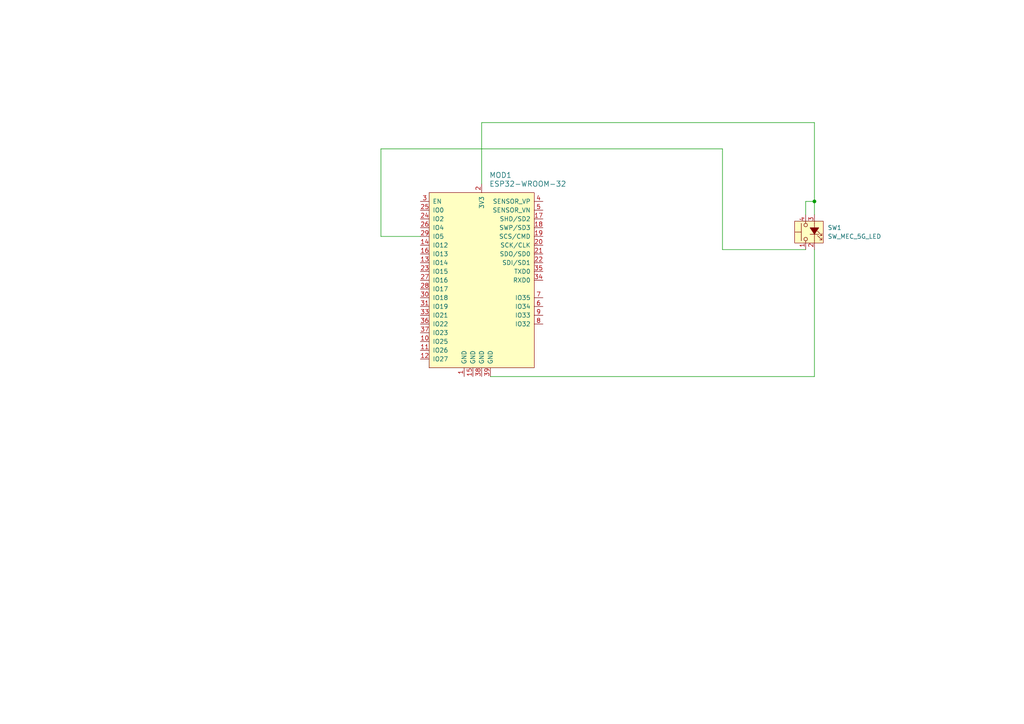
<source format=kicad_sch>
(kicad_sch (version 20230121) (generator eeschema)

  (uuid cf11cdf0-2a59-4fa8-986d-d7dbb3d1da73)

  (paper "A4")

  (lib_symbols
    (symbol "Switch:SW_MEC_5G_LED" (pin_names (offset 1.016) hide) (in_bom yes) (on_board yes)
      (property "Reference" "SW" (at 0 7.62 0)
        (effects (font (size 1.27 1.27)))
      )
      (property "Value" "SW_MEC_5G_LED" (at 0 -3.81 0)
        (effects (font (size 1.27 1.27)))
      )
      (property "Footprint" "" (at 0 7.62 0)
        (effects (font (size 1.27 1.27)) hide)
      )
      (property "Datasheet" "http://www.apem.com/int/index.php?controller=attachment&id_attachment=488" (at 0 -6.35 0)
        (effects (font (size 1.27 1.27)) hide)
      )
      (property "ki_keywords" "switch normally-open pushbutton push-button LED" (at 0 0 0)
        (effects (font (size 1.27 1.27)) hide)
      )
      (property "ki_description" "MEC 5G single pole normally-open illuminated tactile switch" (at 0 0 0)
        (effects (font (size 1.27 1.27)) hide)
      )
      (property "ki_fp_filters" "SW*MEC*5G*" (at 0 0 0)
        (effects (font (size 1.27 1.27)) hide)
      )
      (symbol "SW_MEC_5G_LED_0_0"
        (polyline
          (pts
            (xy -2.54 0)
            (xy 2.54 0)
          )
          (stroke (width 0) (type default))
          (fill (type none))
        )
        (polyline
          (pts
            (xy -2.286 -2.159)
            (xy -1.016 -0.889)
          )
          (stroke (width 0) (type default))
          (fill (type none))
        )
        (polyline
          (pts
            (xy -1.016 -2.159)
            (xy 0.254 -0.889)
          )
          (stroke (width 0) (type default))
          (fill (type none))
        )
        (polyline
          (pts
            (xy -0.635 1.27)
            (xy -0.635 -1.27)
          )
          (stroke (width 0) (type default))
          (fill (type none))
        )
        (polyline
          (pts
            (xy -2.286 -1.524)
            (xy -2.286 -2.159)
            (xy -1.651 -2.159)
          )
          (stroke (width 0) (type default))
          (fill (type none))
        )
        (polyline
          (pts
            (xy -1.016 -1.524)
            (xy -1.016 -2.159)
            (xy -0.381 -2.159)
          )
          (stroke (width 0) (type default))
          (fill (type none))
        )
        (polyline
          (pts
            (xy -0.635 0)
            (xy 1.27 1.27)
            (xy 1.27 -1.27)
            (xy -0.635 0)
          )
          (stroke (width 0) (type default))
          (fill (type outline))
        )
      )
      (symbol "SW_MEC_5G_LED_0_1"
        (circle (center -2.032 2.54) (radius 0.508)
          (stroke (width 0) (type default))
          (fill (type none))
        )
        (polyline
          (pts
            (xy 0 3.81)
            (xy 0 5.588)
          )
          (stroke (width 0) (type default))
          (fill (type none))
        )
        (polyline
          (pts
            (xy 2.54 3.81)
            (xy -2.54 3.81)
          )
          (stroke (width 0) (type default))
          (fill (type none))
        )
        (circle (center 2.032 2.54) (radius 0.508)
          (stroke (width 0) (type default))
          (fill (type none))
        )
        (pin passive line (at -5.08 2.54 0) (length 2.54)
          (name "1" (effects (font (size 1.27 1.27))))
          (number "1" (effects (font (size 1.27 1.27))))
        )
        (pin passive line (at -5.08 0 0) (length 2.54)
          (name "2" (effects (font (size 1.27 1.27))))
          (number "2" (effects (font (size 1.27 1.27))))
        )
        (pin passive line (at 5.08 0 180) (length 2.54)
          (name "K" (effects (font (size 1.27 1.27))))
          (number "3" (effects (font (size 1.27 1.27))))
        )
        (pin passive line (at 5.08 2.54 180) (length 2.54)
          (name "A" (effects (font (size 1.27 1.27))))
          (number "4" (effects (font (size 1.27 1.27))))
        )
      )
      (symbol "SW_MEC_5G_LED_1_1"
        (rectangle (start -3.175 5.715) (end 3.175 -2.54)
          (stroke (width 0) (type default))
          (fill (type background))
        )
      )
    )
    (symbol "dk_RF-Transceiver-Modules:ESP32-WROOM-32" (pin_names (offset 1.016)) (in_bom yes) (on_board yes)
      (property "Reference" "MOD" (at -10.16 1.27 0)
        (effects (font (size 1.524 1.524)) (justify left))
      )
      (property "Value" "ESP32-WROOM-32" (at 5.08 -25.4 90)
        (effects (font (size 1.524 1.524)))
      )
      (property "Footprint" "digikey-footprints:ESP32-WROOM-32D" (at 5.08 5.08 0)
        (effects (font (size 1.524 1.524)) (justify left) hide)
      )
      (property "Datasheet" "https://www.espressif.com/sites/default/files/documentation/esp32-wroom-32_datasheet_en.pdf" (at 5.08 7.62 0)
        (effects (font (size 1.524 1.524)) (justify left) hide)
      )
      (property "Digi-Key_PN" "1904-1010-1-ND" (at 5.08 10.16 0)
        (effects (font (size 1.524 1.524)) (justify left) hide)
      )
      (property "MPN" "ESP32-WROOM-32" (at 5.08 12.7 0)
        (effects (font (size 1.524 1.524)) (justify left) hide)
      )
      (property "Category" "RF/IF and RFID" (at 5.08 15.24 0)
        (effects (font (size 1.524 1.524)) (justify left) hide)
      )
      (property "Family" "RF Transceiver Modules" (at 5.08 17.78 0)
        (effects (font (size 1.524 1.524)) (justify left) hide)
      )
      (property "DK_Datasheet_Link" "https://www.espressif.com/sites/default/files/documentation/esp32-wroom-32_datasheet_en.pdf" (at 5.08 20.32 0)
        (effects (font (size 1.524 1.524)) (justify left) hide)
      )
      (property "DK_Detail_Page" "/product-detail/en/espressif-systems/ESP32-WROOM-32/1904-1010-1-ND/8544305" (at 5.08 22.86 0)
        (effects (font (size 1.524 1.524)) (justify left) hide)
      )
      (property "Description" "SMD MODULE, ESP32-D0WDQ6, 32MBIT" (at 5.08 25.4 0)
        (effects (font (size 1.524 1.524)) (justify left) hide)
      )
      (property "Manufacturer" "Espressif Systems" (at 5.08 27.94 0)
        (effects (font (size 1.524 1.524)) (justify left) hide)
      )
      (property "Status" "Active" (at 5.08 30.48 0)
        (effects (font (size 1.524 1.524)) (justify left) hide)
      )
      (property "ki_keywords" "1904-1010-1-ND *" (at 0 0 0)
        (effects (font (size 1.27 1.27)) hide)
      )
      (property "ki_description" "SMD MODULE, ESP32-D0WDQ6, 32MBIT" (at 0 0 0)
        (effects (font (size 1.27 1.27)) hide)
      )
      (symbol "ESP32-WROOM-32_0_1"
        (rectangle (start -10.16 0) (end 20.32 -50.8)
          (stroke (width 0) (type solid))
          (fill (type background))
        )
      )
      (symbol "ESP32-WROOM-32_1_1"
        (pin power_in line (at 0 -53.34 90) (length 2.54)
          (name "GND" (effects (font (size 1.27 1.27))))
          (number "1" (effects (font (size 1.27 1.27))))
        )
        (pin bidirectional line (at -12.7 -43.18 0) (length 2.54)
          (name "IO25" (effects (font (size 1.27 1.27))))
          (number "10" (effects (font (size 1.27 1.27))))
        )
        (pin bidirectional line (at -12.7 -45.72 0) (length 2.54)
          (name "IO26" (effects (font (size 1.27 1.27))))
          (number "11" (effects (font (size 1.27 1.27))))
        )
        (pin bidirectional line (at -12.7 -48.26 0) (length 2.54)
          (name "IO27" (effects (font (size 1.27 1.27))))
          (number "12" (effects (font (size 1.27 1.27))))
        )
        (pin bidirectional line (at -12.7 -20.32 0) (length 2.54)
          (name "IO14" (effects (font (size 1.27 1.27))))
          (number "13" (effects (font (size 1.27 1.27))))
        )
        (pin bidirectional line (at -12.7 -15.24 0) (length 2.54)
          (name "IO12" (effects (font (size 1.27 1.27))))
          (number "14" (effects (font (size 1.27 1.27))))
        )
        (pin power_in line (at 2.54 -53.34 90) (length 2.54)
          (name "GND" (effects (font (size 1.27 1.27))))
          (number "15" (effects (font (size 1.27 1.27))))
        )
        (pin bidirectional line (at -12.7 -17.78 0) (length 2.54)
          (name "IO13" (effects (font (size 1.27 1.27))))
          (number "16" (effects (font (size 1.27 1.27))))
        )
        (pin bidirectional line (at 22.86 -7.62 180) (length 2.54)
          (name "SHD/SD2" (effects (font (size 1.27 1.27))))
          (number "17" (effects (font (size 1.27 1.27))))
        )
        (pin bidirectional line (at 22.86 -10.16 180) (length 2.54)
          (name "SWP/SD3" (effects (font (size 1.27 1.27))))
          (number "18" (effects (font (size 1.27 1.27))))
        )
        (pin bidirectional line (at 22.86 -12.7 180) (length 2.54)
          (name "SCS/CMD" (effects (font (size 1.27 1.27))))
          (number "19" (effects (font (size 1.27 1.27))))
        )
        (pin power_in line (at 5.08 2.54 270) (length 2.54)
          (name "3V3" (effects (font (size 1.27 1.27))))
          (number "2" (effects (font (size 1.27 1.27))))
        )
        (pin bidirectional line (at 22.86 -15.24 180) (length 2.54)
          (name "SCK/CLK" (effects (font (size 1.27 1.27))))
          (number "20" (effects (font (size 1.27 1.27))))
        )
        (pin bidirectional line (at 22.86 -17.78 180) (length 2.54)
          (name "SDO/SD0" (effects (font (size 1.27 1.27))))
          (number "21" (effects (font (size 1.27 1.27))))
        )
        (pin bidirectional line (at 22.86 -20.32 180) (length 2.54)
          (name "SDI/SD1" (effects (font (size 1.27 1.27))))
          (number "22" (effects (font (size 1.27 1.27))))
        )
        (pin bidirectional line (at -12.7 -22.86 0) (length 2.54)
          (name "IO15" (effects (font (size 1.27 1.27))))
          (number "23" (effects (font (size 1.27 1.27))))
        )
        (pin bidirectional line (at -12.7 -7.62 0) (length 2.54)
          (name "IO2" (effects (font (size 1.27 1.27))))
          (number "24" (effects (font (size 1.27 1.27))))
        )
        (pin bidirectional line (at -12.7 -5.08 0) (length 2.54)
          (name "IO0" (effects (font (size 1.27 1.27))))
          (number "25" (effects (font (size 1.27 1.27))))
        )
        (pin bidirectional line (at -12.7 -10.16 0) (length 2.54)
          (name "IO4" (effects (font (size 1.27 1.27))))
          (number "26" (effects (font (size 1.27 1.27))))
        )
        (pin bidirectional line (at -12.7 -25.4 0) (length 2.54)
          (name "IO16" (effects (font (size 1.27 1.27))))
          (number "27" (effects (font (size 1.27 1.27))))
        )
        (pin bidirectional line (at -12.7 -27.94 0) (length 2.54)
          (name "IO17" (effects (font (size 1.27 1.27))))
          (number "28" (effects (font (size 1.27 1.27))))
        )
        (pin bidirectional line (at -12.7 -12.7 0) (length 2.54)
          (name "IO5" (effects (font (size 1.27 1.27))))
          (number "29" (effects (font (size 1.27 1.27))))
        )
        (pin input line (at -12.7 -2.54 0) (length 2.54)
          (name "EN" (effects (font (size 1.27 1.27))))
          (number "3" (effects (font (size 1.27 1.27))))
        )
        (pin bidirectional line (at -12.7 -30.48 0) (length 2.54)
          (name "IO18" (effects (font (size 1.27 1.27))))
          (number "30" (effects (font (size 1.27 1.27))))
        )
        (pin bidirectional line (at -12.7 -33.02 0) (length 2.54)
          (name "IO19" (effects (font (size 1.27 1.27))))
          (number "31" (effects (font (size 1.27 1.27))))
        )
        (pin no_connect line (at 20.32 -43.18 180) (length 2.54) hide
          (name "NC" (effects (font (size 1.27 1.27))))
          (number "32" (effects (font (size 1.27 1.27))))
        )
        (pin bidirectional line (at -12.7 -35.56 0) (length 2.54)
          (name "IO21" (effects (font (size 1.27 1.27))))
          (number "33" (effects (font (size 1.27 1.27))))
        )
        (pin bidirectional line (at 22.86 -25.4 180) (length 2.54)
          (name "RXD0" (effects (font (size 1.27 1.27))))
          (number "34" (effects (font (size 1.27 1.27))))
        )
        (pin bidirectional line (at 22.86 -22.86 180) (length 2.54)
          (name "TXD0" (effects (font (size 1.27 1.27))))
          (number "35" (effects (font (size 1.27 1.27))))
        )
        (pin bidirectional line (at -12.7 -38.1 0) (length 2.54)
          (name "IO22" (effects (font (size 1.27 1.27))))
          (number "36" (effects (font (size 1.27 1.27))))
        )
        (pin bidirectional line (at -12.7 -40.64 0) (length 2.54)
          (name "IO23" (effects (font (size 1.27 1.27))))
          (number "37" (effects (font (size 1.27 1.27))))
        )
        (pin power_in line (at 5.08 -53.34 90) (length 2.54)
          (name "GND" (effects (font (size 1.27 1.27))))
          (number "38" (effects (font (size 1.27 1.27))))
        )
        (pin power_in line (at 7.62 -53.34 90) (length 2.54)
          (name "GND" (effects (font (size 1.27 1.27))))
          (number "39" (effects (font (size 1.27 1.27))))
        )
        (pin input line (at 22.86 -2.54 180) (length 2.54)
          (name "SENSOR_VP" (effects (font (size 1.27 1.27))))
          (number "4" (effects (font (size 1.27 1.27))))
        )
        (pin input line (at 22.86 -5.08 180) (length 2.54)
          (name "SENSOR_VN" (effects (font (size 1.27 1.27))))
          (number "5" (effects (font (size 1.27 1.27))))
        )
        (pin bidirectional line (at 22.86 -33.02 180) (length 2.54)
          (name "IO34" (effects (font (size 1.27 1.27))))
          (number "6" (effects (font (size 1.27 1.27))))
        )
        (pin bidirectional line (at 22.86 -30.48 180) (length 2.54)
          (name "IO35" (effects (font (size 1.27 1.27))))
          (number "7" (effects (font (size 1.27 1.27))))
        )
        (pin bidirectional line (at 22.86 -38.1 180) (length 2.54)
          (name "IO32" (effects (font (size 1.27 1.27))))
          (number "8" (effects (font (size 1.27 1.27))))
        )
        (pin bidirectional line (at 22.86 -35.56 180) (length 2.54)
          (name "IO33" (effects (font (size 1.27 1.27))))
          (number "9" (effects (font (size 1.27 1.27))))
        )
      )
    )
  )

  (junction (at 236.22 58.42) (diameter 0) (color 0 0 0 0)
    (uuid 720e2007-d30f-48b3-b6da-8a3f7fb954f4)
  )

  (wire (pts (xy 110.49 43.18) (xy 209.55 43.18))
    (stroke (width 0) (type default))
    (uuid 0b11b5c3-df4d-480e-9754-db9d953d4942)
  )
  (wire (pts (xy 233.68 58.42) (xy 236.22 58.42))
    (stroke (width 0) (type default))
    (uuid 1677b92b-4dbf-474b-8078-a1c8aaa2b871)
  )
  (wire (pts (xy 236.22 72.39) (xy 236.22 109.22))
    (stroke (width 0) (type default))
    (uuid 5bb41d03-adf5-491b-941b-b2f27f55dc29)
  )
  (wire (pts (xy 110.49 68.58) (xy 110.49 43.18))
    (stroke (width 0) (type default))
    (uuid 682a25c1-d05c-4449-8458-d96821804ffc)
  )
  (wire (pts (xy 142.24 109.22) (xy 236.22 109.22))
    (stroke (width 0) (type default))
    (uuid 6e821cf9-b99d-480a-a080-69aaf6870651)
  )
  (wire (pts (xy 121.92 68.58) (xy 110.49 68.58))
    (stroke (width 0) (type default))
    (uuid 6ee4661c-dc8d-4daf-9158-33d3a1d1680b)
  )
  (wire (pts (xy 139.7 35.56) (xy 236.22 35.56))
    (stroke (width 0) (type default))
    (uuid a532b880-e97f-4930-86a6-2dd581b8fa52)
  )
  (wire (pts (xy 209.55 72.39) (xy 233.68 72.39))
    (stroke (width 0) (type default))
    (uuid bfdf11af-3342-4e87-9f33-2ceeff690117)
  )
  (wire (pts (xy 236.22 58.42) (xy 236.22 62.23))
    (stroke (width 0) (type default))
    (uuid c1cc0db0-4d54-4b31-9266-ddb9f2c74bcf)
  )
  (wire (pts (xy 236.22 35.56) (xy 236.22 58.42))
    (stroke (width 0) (type default))
    (uuid c294ee8b-baca-482e-9bca-9a59517724ac)
  )
  (wire (pts (xy 233.68 62.23) (xy 233.68 58.42))
    (stroke (width 0) (type default))
    (uuid d95848bf-f173-4316-9ef0-eb8d0a5bff07)
  )
  (wire (pts (xy 209.55 43.18) (xy 209.55 72.39))
    (stroke (width 0) (type default))
    (uuid e20c9876-5b6e-4cbd-9b6f-328658eabc32)
  )
  (wire (pts (xy 139.7 53.34) (xy 139.7 35.56))
    (stroke (width 0) (type default))
    (uuid f899fcd0-927f-4f07-b26e-6ac61d9deb2b)
  )

  (symbol (lib_id "Switch:SW_MEC_5G_LED") (at 236.22 67.31 90) (unit 1)
    (in_bom yes) (on_board yes) (dnp no) (fields_autoplaced)
    (uuid b284df59-8191-4709-bafb-ccc19664099f)
    (property "Reference" "SW1" (at 240.03 66.04 90)
      (effects (font (size 1.27 1.27)) (justify right))
    )
    (property "Value" "SW_MEC_5G_LED" (at 240.03 68.58 90)
      (effects (font (size 1.27 1.27)) (justify right))
    )
    (property "Footprint" "" (at 228.6 67.31 0)
      (effects (font (size 1.27 1.27)) hide)
    )
    (property "Datasheet" "http://www.apem.com/int/index.php?controller=attachment&id_attachment=488" (at 242.57 67.31 0)
      (effects (font (size 1.27 1.27)) hide)
    )
    (pin "1" (uuid 8deba79e-d5a8-45f5-a198-20b15805e29a))
    (pin "3" (uuid 82a6a232-e593-4f33-b9f8-c0e0d34911f2))
    (pin "4" (uuid c1d6a2f0-76d3-478f-9e7d-69f85fe3978d))
    (pin "2" (uuid be4b16d9-a544-4e84-bd27-bf108f3ca0b0))
    (instances
      (project "schema elec sonnette connecter"
        (path "/cf11cdf0-2a59-4fa8-986d-d7dbb3d1da73"
          (reference "SW1") (unit 1)
        )
      )
    )
  )

  (symbol (lib_id "dk_RF-Transceiver-Modules:ESP32-WROOM-32") (at 134.62 55.88 0) (unit 1)
    (in_bom yes) (on_board yes) (dnp no) (fields_autoplaced)
    (uuid c52c48f7-c987-4677-a79c-321a0a090f8b)
    (property "Reference" "MOD1" (at 141.8941 50.8 0)
      (effects (font (size 1.524 1.524)) (justify left))
    )
    (property "Value" "ESP32-WROOM-32" (at 141.8941 53.34 0)
      (effects (font (size 1.524 1.524)) (justify left))
    )
    (property "Footprint" "digikey-footprints:ESP32-WROOM-32D" (at 139.7 50.8 0)
      (effects (font (size 1.524 1.524)) (justify left) hide)
    )
    (property "Datasheet" "https://www.espressif.com/sites/default/files/documentation/esp32-wroom-32_datasheet_en.pdf" (at 139.7 48.26 0)
      (effects (font (size 1.524 1.524)) (justify left) hide)
    )
    (property "Digi-Key_PN" "1904-1010-1-ND" (at 139.7 45.72 0)
      (effects (font (size 1.524 1.524)) (justify left) hide)
    )
    (property "MPN" "ESP32-WROOM-32" (at 139.7 43.18 0)
      (effects (font (size 1.524 1.524)) (justify left) hide)
    )
    (property "Category" "RF/IF and RFID" (at 139.7 40.64 0)
      (effects (font (size 1.524 1.524)) (justify left) hide)
    )
    (property "Family" "RF Transceiver Modules" (at 139.7 38.1 0)
      (effects (font (size 1.524 1.524)) (justify left) hide)
    )
    (property "DK_Datasheet_Link" "https://www.espressif.com/sites/default/files/documentation/esp32-wroom-32_datasheet_en.pdf" (at 139.7 35.56 0)
      (effects (font (size 1.524 1.524)) (justify left) hide)
    )
    (property "DK_Detail_Page" "/product-detail/en/espressif-systems/ESP32-WROOM-32/1904-1010-1-ND/8544305" (at 139.7 33.02 0)
      (effects (font (size 1.524 1.524)) (justify left) hide)
    )
    (property "Description" "SMD MODULE, ESP32-D0WDQ6, 32MBIT" (at 139.7 30.48 0)
      (effects (font (size 1.524 1.524)) (justify left) hide)
    )
    (property "Manufacturer" "Espressif Systems" (at 139.7 27.94 0)
      (effects (font (size 1.524 1.524)) (justify left) hide)
    )
    (property "Status" "Active" (at 139.7 25.4 0)
      (effects (font (size 1.524 1.524)) (justify left) hide)
    )
    (pin "11" (uuid b7dae51c-80e1-4ddf-89b1-77d484f81600))
    (pin "31" (uuid 042b6451-b6b0-4e70-b835-563ca5fd08ac))
    (pin "24" (uuid e3e5fea9-6f24-4f72-858b-b947933de5a9))
    (pin "22" (uuid 5ecb9c16-d8dc-4685-9c71-edf2cca4c1ac))
    (pin "32" (uuid 2214d79a-99f8-4722-9ae8-6afd148e481a))
    (pin "36" (uuid 9e0c8055-19b3-43a7-aba2-7b7d80788aa7))
    (pin "38" (uuid 9dc79b4d-68e2-497e-97b2-391abf54b3c5))
    (pin "7" (uuid 54bd8d12-0ae0-4a1c-a21e-ce7f16f0cabf))
    (pin "9" (uuid 9bcce66b-b811-43e2-a38a-5da0edee5daa))
    (pin "4" (uuid 52010a26-138a-4e8a-bd48-5269cab3d9fa))
    (pin "8" (uuid 55271f52-8a06-4708-be38-638cbad897fd))
    (pin "19" (uuid 626b710d-a464-4e66-9891-9861bfd0bd59))
    (pin "2" (uuid a84cafe6-9431-4435-b0a1-68c9ac7ae666))
    (pin "10" (uuid 129f1dbc-f55c-412c-a42a-96d48ec74e68))
    (pin "18" (uuid 047118e5-8d60-40dc-a739-487b2fbec7e7))
    (pin "20" (uuid 18149e90-e1b6-48de-a0c7-451785b4dbf1))
    (pin "27" (uuid 865d20d6-496d-49be-80b7-6b51c7620a06))
    (pin "33" (uuid b7808c75-fb1e-4831-8d57-cc17e3a0020f))
    (pin "1" (uuid 3f1bac44-046f-4a37-bfb0-bb56be5c849a))
    (pin "37" (uuid c0837dcf-e685-4d42-9df8-c2cfb80bf44f))
    (pin "6" (uuid 96e0f9ef-5eea-412f-8c45-93663cc8eab3))
    (pin "15" (uuid 6d68ab8f-f0b5-4750-bf46-39eee70cc8e2))
    (pin "34" (uuid 77efb377-f6f4-420e-90c2-845d8bdc2a7b))
    (pin "16" (uuid e5a06a00-88ff-4cf1-a1c1-35a8c14de876))
    (pin "35" (uuid d1139128-b804-40c4-a101-0d8c046fdbae))
    (pin "12" (uuid efa77a0f-59bd-4594-8860-fb30880ef8d2))
    (pin "21" (uuid 699dc137-d047-4273-bafb-d69ef1583865))
    (pin "25" (uuid ebcd15ad-c181-4c57-8cff-1b5d18c1bd98))
    (pin "39" (uuid eab5bfdb-11fc-4539-b41b-9e095c0ecfe8))
    (pin "30" (uuid a55d8421-5255-4e0f-a11e-3f1d5e7a1ed8))
    (pin "17" (uuid bf60dfcc-2c4a-4eb9-92e3-941c892f2d9b))
    (pin "28" (uuid 22ba3da2-8bc2-4fe4-962f-7b419f3fb47c))
    (pin "5" (uuid 73113317-6abf-4e3e-bc2b-9159472dc5c0))
    (pin "23" (uuid 6c23c9e0-cdc8-4bb1-91a2-1abe987d52ed))
    (pin "29" (uuid 188923e8-67d8-4143-a1a3-07af090834a7))
    (pin "26" (uuid 20e3d900-18ee-4172-a59c-ed6b6ad5be0e))
    (pin "13" (uuid 4b08de78-4186-4e76-86ff-1981bbbaf24e))
    (pin "14" (uuid a9840576-f007-494d-9a10-72476ab18b70))
    (pin "3" (uuid 93143a3f-e17d-49d6-adf1-d0c04d0c2244))
    (instances
      (project "schema elec sonnette connecter"
        (path "/cf11cdf0-2a59-4fa8-986d-d7dbb3d1da73"
          (reference "MOD1") (unit 1)
        )
      )
    )
  )

  (sheet_instances
    (path "/" (page "1"))
  )
)

</source>
